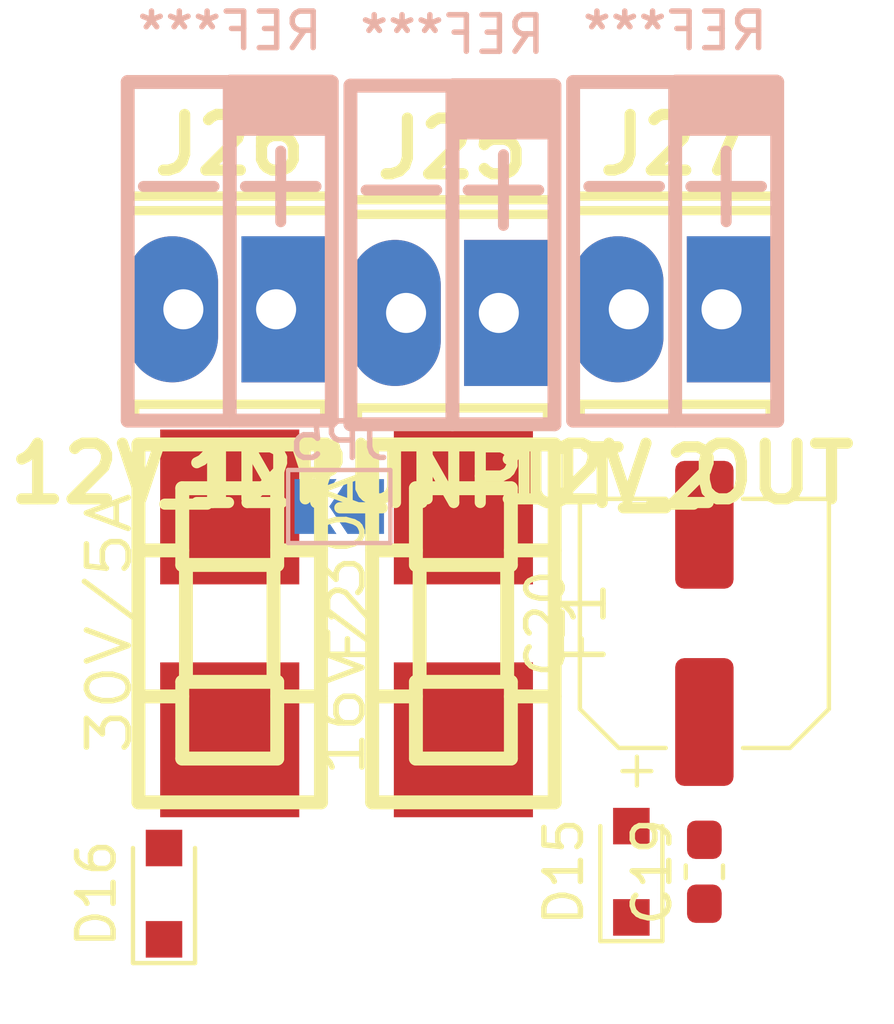
<source format=kicad_pcb>
(kicad_pcb (version 20171130) (host pcbnew 5.0.2-bee76a0~70~ubuntu18.04.1)

  (general
    (thickness 1.6)
    (drawings 0)
    (tracks 0)
    (zones 0)
    (modules 10)
    (nets 7)
  )

  (page A4)
  (layers
    (0 F.Cu signal)
    (31 B.Cu signal)
    (32 B.Adhes user)
    (33 F.Adhes user)
    (34 B.Paste user)
    (35 F.Paste user)
    (36 B.SilkS user)
    (37 F.SilkS user)
    (38 B.Mask user)
    (39 F.Mask user)
    (40 Dwgs.User user)
    (41 Cmts.User user)
    (42 Eco1.User user)
    (43 Eco2.User user)
    (44 Edge.Cuts user)
    (45 Margin user)
    (46 B.CrtYd user)
    (47 F.CrtYd user)
    (48 B.Fab user)
    (49 F.Fab user)
  )

  (setup
    (last_trace_width 0.25)
    (trace_clearance 0.2)
    (zone_clearance 0.508)
    (zone_45_only no)
    (trace_min 0.2)
    (segment_width 0.2)
    (edge_width 0.1)
    (via_size 0.8)
    (via_drill 0.4)
    (via_min_size 0.4)
    (via_min_drill 0.3)
    (uvia_size 0.3)
    (uvia_drill 0.1)
    (uvias_allowed no)
    (uvia_min_size 0.2)
    (uvia_min_drill 0.1)
    (pcb_text_width 0.3)
    (pcb_text_size 1.5 1.5)
    (mod_edge_width 0.15)
    (mod_text_size 1 1)
    (mod_text_width 0.15)
    (pad_size 1.5 1.5)
    (pad_drill 0.6)
    (pad_to_mask_clearance 0)
    (solder_mask_min_width 0.25)
    (aux_axis_origin 0 0)
    (visible_elements FFFFFF7F)
    (pcbplotparams
      (layerselection 0x010fc_ffffffff)
      (usegerberextensions false)
      (usegerberattributes false)
      (usegerberadvancedattributes false)
      (creategerberjobfile false)
      (excludeedgelayer true)
      (linewidth 0.100000)
      (plotframeref false)
      (viasonmask false)
      (mode 1)
      (useauxorigin false)
      (hpglpennumber 1)
      (hpglpenspeed 20)
      (hpglpendiameter 15.000000)
      (psnegative false)
      (psa4output false)
      (plotreference true)
      (plotvalue true)
      (plotinvisibletext false)
      (padsonsilk false)
      (subtractmaskfromsilk false)
      (outputformat 1)
      (mirror false)
      (drillshape 1)
      (scaleselection 1)
      (outputdirectory ""))
  )

  (net 0 "")
  (net 1 GND)
  (net 2 "Net-(F1-Pad1)")
  (net 3 +12V2)
  (net 4 +12V)
  (net 5 "Net-(F2-Pad1)")
  (net 6 /AM-VIN)

  (net_class Default "This is the default net class."
    (clearance 0.2)
    (trace_width 0.25)
    (via_dia 0.8)
    (via_drill 0.4)
    (uvia_dia 0.3)
    (uvia_drill 0.1)
    (add_net +12V)
    (add_net +12V2)
    (add_net /AM-VIN)
    (add_net GND)
    (add_net "Net-(F1-Pad1)")
    (add_net "Net-(F2-Pad1)")
  )

  (module SolderJumper-2_P1.3mm_Open_TrianglePad1.0x1.5mm (layer B.Cu) (tedit 5A64794F) (tstamp 5CCAACA4)
    (at 37.4 15.8 180)
    (descr "SMD Solder Jumper, 1x1.5mm Triangular Pads, 0.3mm gap, open")
    (tags "solder jumper open")
    (path /5CCBB5DC)
    (attr virtual)
    (fp_text reference JP5 (at 0 1.8 180) (layer B.SilkS)
      (effects (font (size 1 1) (thickness 0.15)) (justify mirror))
    )
    (fp_text value Jumper_NO_Small (at 0 -1.9 180) (layer B.Fab)
      (effects (font (size 1 1) (thickness 0.15)) (justify mirror))
    )
    (fp_line (start 1.65 -1.25) (end -1.65 -1.25) (layer B.CrtYd) (width 0.05))
    (fp_line (start 1.65 -1.25) (end 1.65 1.25) (layer B.CrtYd) (width 0.05))
    (fp_line (start -1.65 1.25) (end -1.65 -1.25) (layer B.CrtYd) (width 0.05))
    (fp_line (start -1.65 1.25) (end 1.65 1.25) (layer B.CrtYd) (width 0.05))
    (fp_line (start -1.4 1) (end 1.4 1) (layer B.SilkS) (width 0.12))
    (fp_line (start 1.4 1) (end 1.4 -1) (layer B.SilkS) (width 0.12))
    (fp_line (start 1.4 -1) (end -1.4 -1) (layer B.SilkS) (width 0.12))
    (fp_line (start -1.4 -1) (end -1.4 1) (layer B.SilkS) (width 0.12))
    (pad 1 smd custom (at -0.725 0 180) (size 0.3 0.3) (layers B.Cu B.Mask)
      (net 2 "Net-(F1-Pad1)") (zone_connect 0)
      (options (clearance outline) (anchor rect))
      (primitives
        (gr_poly (pts
           (xy -0.5 0.75) (xy 0.5 0.75) (xy 1 0) (xy 0.5 -0.75) (xy -0.5 -0.75)
) (width 0))
      ))
    (pad 2 smd custom (at 0.725 0 180) (size 0.3 0.3) (layers B.Cu B.Mask)
      (net 5 "Net-(F2-Pad1)") (zone_connect 0)
      (options (clearance outline) (anchor rect))
      (primitives
        (gr_poly (pts
           (xy -0.65 0.75) (xy 0.5 0.75) (xy 0.5 -0.75) (xy -0.65 -0.75) (xy -0.15 0)
) (width 0))
      ))
  )

  (module Capacitor_SMD:CP_Elec_6.3x7.7 (layer F.Cu) (tedit 5BCA39D0) (tstamp 5CCAAA8D)
    (at 47.4 19 90)
    (descr "SMD capacitor, aluminum electrolytic, Nichicon, 6.3x7.7mm")
    (tags "capacitor electrolytic")
    (path /5CC6F6C1)
    (attr smd)
    (fp_text reference C20 (at 0 -4.35 90) (layer F.SilkS)
      (effects (font (size 1 1) (thickness 0.15)))
    )
    (fp_text value CP100uf,35V (at 0 4.35 90) (layer F.Fab)
      (effects (font (size 1 1) (thickness 0.15)))
    )
    (fp_circle (center 0 0) (end 3.15 0) (layer F.Fab) (width 0.1))
    (fp_line (start 3.3 -3.3) (end 3.3 3.3) (layer F.Fab) (width 0.1))
    (fp_line (start -2.3 -3.3) (end 3.3 -3.3) (layer F.Fab) (width 0.1))
    (fp_line (start -2.3 3.3) (end 3.3 3.3) (layer F.Fab) (width 0.1))
    (fp_line (start -3.3 -2.3) (end -3.3 2.3) (layer F.Fab) (width 0.1))
    (fp_line (start -3.3 -2.3) (end -2.3 -3.3) (layer F.Fab) (width 0.1))
    (fp_line (start -3.3 2.3) (end -2.3 3.3) (layer F.Fab) (width 0.1))
    (fp_line (start -2.704838 -1.33) (end -2.074838 -1.33) (layer F.Fab) (width 0.1))
    (fp_line (start -2.389838 -1.645) (end -2.389838 -1.015) (layer F.Fab) (width 0.1))
    (fp_line (start 3.41 3.41) (end 3.41 1.06) (layer F.SilkS) (width 0.12))
    (fp_line (start 3.41 -3.41) (end 3.41 -1.06) (layer F.SilkS) (width 0.12))
    (fp_line (start -2.345563 -3.41) (end 3.41 -3.41) (layer F.SilkS) (width 0.12))
    (fp_line (start -2.345563 3.41) (end 3.41 3.41) (layer F.SilkS) (width 0.12))
    (fp_line (start -3.41 2.345563) (end -3.41 1.06) (layer F.SilkS) (width 0.12))
    (fp_line (start -3.41 -2.345563) (end -3.41 -1.06) (layer F.SilkS) (width 0.12))
    (fp_line (start -3.41 -2.345563) (end -2.345563 -3.41) (layer F.SilkS) (width 0.12))
    (fp_line (start -3.41 2.345563) (end -2.345563 3.41) (layer F.SilkS) (width 0.12))
    (fp_line (start -4.4375 -1.8475) (end -3.65 -1.8475) (layer F.SilkS) (width 0.12))
    (fp_line (start -4.04375 -2.24125) (end -4.04375 -1.45375) (layer F.SilkS) (width 0.12))
    (fp_line (start 3.55 -3.55) (end 3.55 -1.05) (layer F.CrtYd) (width 0.05))
    (fp_line (start 3.55 -1.05) (end 4.7 -1.05) (layer F.CrtYd) (width 0.05))
    (fp_line (start 4.7 -1.05) (end 4.7 1.05) (layer F.CrtYd) (width 0.05))
    (fp_line (start 4.7 1.05) (end 3.55 1.05) (layer F.CrtYd) (width 0.05))
    (fp_line (start 3.55 1.05) (end 3.55 3.55) (layer F.CrtYd) (width 0.05))
    (fp_line (start -2.4 3.55) (end 3.55 3.55) (layer F.CrtYd) (width 0.05))
    (fp_line (start -2.4 -3.55) (end 3.55 -3.55) (layer F.CrtYd) (width 0.05))
    (fp_line (start -3.55 2.4) (end -2.4 3.55) (layer F.CrtYd) (width 0.05))
    (fp_line (start -3.55 -2.4) (end -2.4 -3.55) (layer F.CrtYd) (width 0.05))
    (fp_line (start -3.55 -2.4) (end -3.55 -1.05) (layer F.CrtYd) (width 0.05))
    (fp_line (start -3.55 1.05) (end -3.55 2.4) (layer F.CrtYd) (width 0.05))
    (fp_line (start -3.55 -1.05) (end -4.7 -1.05) (layer F.CrtYd) (width 0.05))
    (fp_line (start -4.7 -1.05) (end -4.7 1.05) (layer F.CrtYd) (width 0.05))
    (fp_line (start -4.7 1.05) (end -3.55 1.05) (layer F.CrtYd) (width 0.05))
    (fp_text user %R (at 0 0 90) (layer F.Fab)
      (effects (font (size 1 1) (thickness 0.15)))
    )
    (pad 1 smd roundrect (at -2.7 0 90) (size 3.5 1.6) (layers F.Cu F.Paste F.Mask) (roundrect_rratio 0.15625)
      (net 4 +12V))
    (pad 2 smd roundrect (at 2.7 0 90) (size 3.5 1.6) (layers F.Cu F.Paste F.Mask) (roundrect_rratio 0.15625)
      (net 1 GND))
    (model ${KISYS3DMOD}/Capacitor_SMD.3dshapes/CP_Elec_6.3x7.7.wrl
      (at (xyz 0 0 0))
      (scale (xyz 1 1 1))
      (rotate (xyz 0 0 0))
    )
  )

  (module Capacitor_SMD:C_0603_1608Metric_Pad1.05x0.95mm_HandSolder (layer F.Cu) (tedit 5B301BBE) (tstamp 5CCAAA21)
    (at 47.4 25.8 90)
    (descr "Capacitor SMD 0603 (1608 Metric), square (rectangular) end terminal, IPC_7351 nominal with elongated pad for handsoldering. (Body size source: http://www.tortai-tech.com/upload/download/2011102023233369053.pdf), generated with kicad-footprint-generator")
    (tags "capacitor handsolder")
    (path /5CC7081A)
    (attr smd)
    (fp_text reference C19 (at 0 -1.43 90) (layer F.SilkS)
      (effects (font (size 1 1) (thickness 0.15)))
    )
    (fp_text value C104,0603 (at 0 1.43 90) (layer F.Fab)
      (effects (font (size 1 1) (thickness 0.15)))
    )
    (fp_line (start -0.8 0.4) (end -0.8 -0.4) (layer F.Fab) (width 0.1))
    (fp_line (start -0.8 -0.4) (end 0.8 -0.4) (layer F.Fab) (width 0.1))
    (fp_line (start 0.8 -0.4) (end 0.8 0.4) (layer F.Fab) (width 0.1))
    (fp_line (start 0.8 0.4) (end -0.8 0.4) (layer F.Fab) (width 0.1))
    (fp_line (start -0.171267 -0.51) (end 0.171267 -0.51) (layer F.SilkS) (width 0.12))
    (fp_line (start -0.171267 0.51) (end 0.171267 0.51) (layer F.SilkS) (width 0.12))
    (fp_line (start -1.65 0.73) (end -1.65 -0.73) (layer F.CrtYd) (width 0.05))
    (fp_line (start -1.65 -0.73) (end 1.65 -0.73) (layer F.CrtYd) (width 0.05))
    (fp_line (start 1.65 -0.73) (end 1.65 0.73) (layer F.CrtYd) (width 0.05))
    (fp_line (start 1.65 0.73) (end -1.65 0.73) (layer F.CrtYd) (width 0.05))
    (fp_text user %R (at 0 0 90) (layer F.Fab)
      (effects (font (size 0.4 0.4) (thickness 0.06)))
    )
    (pad 1 smd roundrect (at -0.875 0 90) (size 1.05 0.95) (layers F.Cu F.Paste F.Mask) (roundrect_rratio 0.25)
      (net 4 +12V))
    (pad 2 smd roundrect (at 0.875 0 90) (size 1.05 0.95) (layers F.Cu F.Paste F.Mask) (roundrect_rratio 0.25)
      (net 1 GND))
    (model ${KISYS3DMOD}/Capacitor_SMD.3dshapes/C_0603_1608Metric.wrl
      (at (xyz 0 0 0))
      (scale (xyz 1 1 1))
      (rotate (xyz 0 0 0))
    )
  )

  (module Diode_SMD:D_SOD-323_HandSoldering (layer F.Cu) (tedit 58641869) (tstamp 5CCAA5ED)
    (at 32.6 26.4 90)
    (descr SOD-323)
    (tags SOD-323)
    (path /5CC200A7)
    (attr smd)
    (fp_text reference D16 (at 0 -1.85 90) (layer F.SilkS)
      (effects (font (size 1 1) (thickness 0.15)))
    )
    (fp_text value SD_M4 (at 0.1 1.9 90) (layer F.Fab)
      (effects (font (size 1 1) (thickness 0.15)))
    )
    (fp_line (start -1.9 -0.85) (end 1.25 -0.85) (layer F.SilkS) (width 0.12))
    (fp_line (start -1.9 0.85) (end 1.25 0.85) (layer F.SilkS) (width 0.12))
    (fp_line (start -2 -0.95) (end -2 0.95) (layer F.CrtYd) (width 0.05))
    (fp_line (start -2 0.95) (end 2 0.95) (layer F.CrtYd) (width 0.05))
    (fp_line (start 2 -0.95) (end 2 0.95) (layer F.CrtYd) (width 0.05))
    (fp_line (start -2 -0.95) (end 2 -0.95) (layer F.CrtYd) (width 0.05))
    (fp_line (start -0.9 -0.7) (end 0.9 -0.7) (layer F.Fab) (width 0.1))
    (fp_line (start 0.9 -0.7) (end 0.9 0.7) (layer F.Fab) (width 0.1))
    (fp_line (start 0.9 0.7) (end -0.9 0.7) (layer F.Fab) (width 0.1))
    (fp_line (start -0.9 0.7) (end -0.9 -0.7) (layer F.Fab) (width 0.1))
    (fp_line (start -0.3 -0.35) (end -0.3 0.35) (layer F.Fab) (width 0.1))
    (fp_line (start -0.3 0) (end -0.5 0) (layer F.Fab) (width 0.1))
    (fp_line (start -0.3 0) (end 0.2 -0.35) (layer F.Fab) (width 0.1))
    (fp_line (start 0.2 -0.35) (end 0.2 0.35) (layer F.Fab) (width 0.1))
    (fp_line (start 0.2 0.35) (end -0.3 0) (layer F.Fab) (width 0.1))
    (fp_line (start 0.2 0) (end 0.45 0) (layer F.Fab) (width 0.1))
    (fp_line (start -1.9 -0.85) (end -1.9 0.85) (layer F.SilkS) (width 0.12))
    (fp_text user %R (at 0 -1.85 90) (layer F.Fab)
      (effects (font (size 1 1) (thickness 0.15)))
    )
    (pad 2 smd rect (at 1.25 0 90) (size 1 1) (layers F.Cu F.Paste F.Mask)
      (net 4 +12V))
    (pad 1 smd rect (at -1.25 0 90) (size 1 1) (layers F.Cu F.Paste F.Mask)
      (net 6 /AM-VIN))
    (model ${KISYS3DMOD}/Diode_SMD.3dshapes/D_SOD-323.wrl
      (at (xyz 0 0 0))
      (scale (xyz 1 1 1))
      (rotate (xyz 0 0 0))
    )
  )

  (module Diode_SMD:D_SOD-323_HandSoldering (layer F.Cu) (tedit 58641869) (tstamp 5CCAA5D5)
    (at 45.4 25.8 90)
    (descr SOD-323)
    (tags SOD-323)
    (path /5CC20016)
    (attr smd)
    (fp_text reference D15 (at 0 -1.85 90) (layer F.SilkS)
      (effects (font (size 1 1) (thickness 0.15)))
    )
    (fp_text value SD_M4 (at 0.1 1.9 90) (layer F.Fab)
      (effects (font (size 1 1) (thickness 0.15)))
    )
    (fp_text user %R (at 0 -1.85 90) (layer F.Fab)
      (effects (font (size 1 1) (thickness 0.15)))
    )
    (fp_line (start -1.9 -0.85) (end -1.9 0.85) (layer F.SilkS) (width 0.12))
    (fp_line (start 0.2 0) (end 0.45 0) (layer F.Fab) (width 0.1))
    (fp_line (start 0.2 0.35) (end -0.3 0) (layer F.Fab) (width 0.1))
    (fp_line (start 0.2 -0.35) (end 0.2 0.35) (layer F.Fab) (width 0.1))
    (fp_line (start -0.3 0) (end 0.2 -0.35) (layer F.Fab) (width 0.1))
    (fp_line (start -0.3 0) (end -0.5 0) (layer F.Fab) (width 0.1))
    (fp_line (start -0.3 -0.35) (end -0.3 0.35) (layer F.Fab) (width 0.1))
    (fp_line (start -0.9 0.7) (end -0.9 -0.7) (layer F.Fab) (width 0.1))
    (fp_line (start 0.9 0.7) (end -0.9 0.7) (layer F.Fab) (width 0.1))
    (fp_line (start 0.9 -0.7) (end 0.9 0.7) (layer F.Fab) (width 0.1))
    (fp_line (start -0.9 -0.7) (end 0.9 -0.7) (layer F.Fab) (width 0.1))
    (fp_line (start -2 -0.95) (end 2 -0.95) (layer F.CrtYd) (width 0.05))
    (fp_line (start 2 -0.95) (end 2 0.95) (layer F.CrtYd) (width 0.05))
    (fp_line (start -2 0.95) (end 2 0.95) (layer F.CrtYd) (width 0.05))
    (fp_line (start -2 -0.95) (end -2 0.95) (layer F.CrtYd) (width 0.05))
    (fp_line (start -1.9 0.85) (end 1.25 0.85) (layer F.SilkS) (width 0.12))
    (fp_line (start -1.9 -0.85) (end 1.25 -0.85) (layer F.SilkS) (width 0.12))
    (pad 1 smd rect (at -1.25 0 90) (size 1 1) (layers F.Cu F.Paste F.Mask)
      (net 4 +12V))
    (pad 2 smd rect (at 1.25 0 90) (size 1 1) (layers F.Cu F.Paste F.Mask)
      (net 1 GND))
    (model ${KISYS3DMOD}/Diode_SMD.3dshapes/D_SOD-323.wrl
      (at (xyz 0 0 0))
      (scale (xyz 1 1 1))
      (rotate (xyz 0 0 0))
    )
  )

  (module footprint-lib:mpt_0,5%2f2-2,54,12V_SRC (layer F.Cu) (tedit 5CC20502) (tstamp 5CCA9974)
    (at 40.5 10.5)
    (descr "2-way 2.54mm pitch terminal block, Phoenix MPT series")
    (path /5CCBA098)
    (fp_text reference J25 (at 0 -4.50088) (layer F.SilkS)
      (effects (font (size 1.524 1.524) (thickness 0.3048)))
    )
    (fp_text value 12V_INPUT_2 (at 0 4.50088) (layer F.SilkS)
      (effects (font (size 1.524 1.524) (thickness 0.3048)))
    )
    (fp_line (start 2.79908 2.60096) (end -2.79908 2.60096) (layer F.SilkS) (width 0.254))
    (fp_line (start -2.60096 3.0988) (end -2.60096 2.60096) (layer F.SilkS) (width 0.254))
    (fp_line (start 2.60096 2.60096) (end 2.60096 3.0988) (layer F.SilkS) (width 0.254))
    (fp_line (start 0 3.0988) (end 0 2.60096) (layer F.SilkS) (width 0.254))
    (fp_line (start -2.79908 -2.70002) (end 2.79908 -2.70002) (layer F.SilkS) (width 0.254))
    (fp_line (start -2.79908 3.0988) (end 2.79908 3.0988) (layer F.SilkS) (width 0.254))
    (fp_line (start 2.79908 3.0988) (end 2.79908 -3.0988) (layer F.SilkS) (width 0.254))
    (fp_line (start 2.79908 -3.0988) (end -2.79908 -3.0988) (layer F.SilkS) (width 0.254))
    (fp_line (start -2.79908 -3.0988) (end -2.79908 3.0988) (layer F.SilkS) (width 0.254))
    (fp_line (start -2.794 -6.223) (end -2.794 3.048) (layer B.SilkS) (width 0.381))
    (fp_line (start -2.794 3.048) (end 2.794 3.048) (layer B.SilkS) (width 0.381))
    (fp_line (start 2.794 3.048) (end 2.794 -6.223) (layer B.SilkS) (width 0.381))
    (fp_line (start 2.794 -6.223) (end -2.794 -6.223) (layer B.SilkS) (width 0.381))
    (fp_line (start 0 -6.223) (end 0 3.048) (layer B.SilkS) (width 0.381))
    (fp_poly (pts (xy 0 -6.35) (xy 0 -4.826) (xy 2.794 -4.826) (xy 2.794 -6.35)) (layer B.SilkS) (width 0.15))
    (fp_text user + (at 1.397 -3.556) (layer B.SilkS)
      (effects (font (size 2.54 2.54) (thickness 0.3)) (justify mirror))
    )
    (fp_text user - (at -1.397 -3.556) (layer B.SilkS)
      (effects (font (size 2.54 2.54) (thickness 0.3)) (justify mirror))
    )
    (fp_text user REF*** (at 0 -7.62) (layer B.SilkS)
      (effects (font (size 1 1) (thickness 0.15)) (justify mirror))
    )
    (pad 2 thru_hole oval (at -1.27 0) (size 2.5 3.99898) (drill 1.09728 (offset -0.3 0)) (layers *.Cu *.Mask)
      (net 1 GND))
    (pad 1 thru_hole rect (at 1.27 0) (size 2.5 3.99898) (drill 1.09728 (offset 0.3 0)) (layers *.Cu *.Mask)
      (net 2 "Net-(F1-Pad1)"))
    (model ${HOME}/_workspace/kicad/kicad_library/smisioto-footprints/modules/packages3d/walter/conn_mpt/mpt_0,5-2-2,54.wrl
      (at (xyz 0 0 0))
      (scale (xyz 1 1 1))
      (rotate (xyz 0 0 0))
    )
  )

  (module footprint-lib:mpt_0,5%2f2-2,54,12V_SRC (layer F.Cu) (tedit 5CC20502) (tstamp 5CCA995C)
    (at 34.4 10.4)
    (descr "2-way 2.54mm pitch terminal block, Phoenix MPT series")
    (path /5CC1F612)
    (fp_text reference J26 (at 0 -4.50088) (layer F.SilkS)
      (effects (font (size 1.524 1.524) (thickness 0.3048)))
    )
    (fp_text value 12V_INPUT (at 0 4.50088) (layer F.SilkS)
      (effects (font (size 1.524 1.524) (thickness 0.3048)))
    )
    (fp_text user REF*** (at 0 -7.62) (layer B.SilkS)
      (effects (font (size 1 1) (thickness 0.15)) (justify mirror))
    )
    (fp_text user - (at -1.397 -3.556) (layer B.SilkS)
      (effects (font (size 2.54 2.54) (thickness 0.3)) (justify mirror))
    )
    (fp_text user + (at 1.397 -3.556) (layer B.SilkS)
      (effects (font (size 2.54 2.54) (thickness 0.3)) (justify mirror))
    )
    (fp_poly (pts (xy 0 -6.35) (xy 0 -4.826) (xy 2.794 -4.826) (xy 2.794 -6.35)) (layer B.SilkS) (width 0.15))
    (fp_line (start 0 -6.223) (end 0 3.048) (layer B.SilkS) (width 0.381))
    (fp_line (start 2.794 -6.223) (end -2.794 -6.223) (layer B.SilkS) (width 0.381))
    (fp_line (start 2.794 3.048) (end 2.794 -6.223) (layer B.SilkS) (width 0.381))
    (fp_line (start -2.794 3.048) (end 2.794 3.048) (layer B.SilkS) (width 0.381))
    (fp_line (start -2.794 -6.223) (end -2.794 3.048) (layer B.SilkS) (width 0.381))
    (fp_line (start -2.79908 -3.0988) (end -2.79908 3.0988) (layer F.SilkS) (width 0.254))
    (fp_line (start 2.79908 -3.0988) (end -2.79908 -3.0988) (layer F.SilkS) (width 0.254))
    (fp_line (start 2.79908 3.0988) (end 2.79908 -3.0988) (layer F.SilkS) (width 0.254))
    (fp_line (start -2.79908 3.0988) (end 2.79908 3.0988) (layer F.SilkS) (width 0.254))
    (fp_line (start -2.79908 -2.70002) (end 2.79908 -2.70002) (layer F.SilkS) (width 0.254))
    (fp_line (start 0 3.0988) (end 0 2.60096) (layer F.SilkS) (width 0.254))
    (fp_line (start 2.60096 2.60096) (end 2.60096 3.0988) (layer F.SilkS) (width 0.254))
    (fp_line (start -2.60096 3.0988) (end -2.60096 2.60096) (layer F.SilkS) (width 0.254))
    (fp_line (start 2.79908 2.60096) (end -2.79908 2.60096) (layer F.SilkS) (width 0.254))
    (pad 1 thru_hole rect (at 1.27 0) (size 2.5 3.99898) (drill 1.09728 (offset 0.3 0)) (layers *.Cu *.Mask)
      (net 5 "Net-(F2-Pad1)"))
    (pad 2 thru_hole oval (at -1.27 0) (size 2.5 3.99898) (drill 1.09728 (offset -0.3 0)) (layers *.Cu *.Mask)
      (net 1 GND))
    (model ${HOME}/_workspace/kicad/kicad_library/smisioto-footprints/modules/packages3d/walter/conn_mpt/mpt_0,5-2-2,54.wrl
      (at (xyz 0 0 0))
      (scale (xyz 1 1 1))
      (rotate (xyz 0 0 0))
    )
  )

  (module footprint-lib:mpt_0,5%2f2-2,54,12V_SRC (layer F.Cu) (tedit 5CC20502) (tstamp 5CCA9944)
    (at 46.6 10.4)
    (descr "2-way 2.54mm pitch terminal block, Phoenix MPT series")
    (path /5CC1F9B4)
    (fp_text reference J27 (at 0 -4.50088) (layer F.SilkS)
      (effects (font (size 1.524 1.524) (thickness 0.3048)))
    )
    (fp_text value 12V_OUT (at 0 4.50088) (layer F.SilkS)
      (effects (font (size 1.524 1.524) (thickness 0.3048)))
    )
    (fp_line (start 2.79908 2.60096) (end -2.79908 2.60096) (layer F.SilkS) (width 0.254))
    (fp_line (start -2.60096 3.0988) (end -2.60096 2.60096) (layer F.SilkS) (width 0.254))
    (fp_line (start 2.60096 2.60096) (end 2.60096 3.0988) (layer F.SilkS) (width 0.254))
    (fp_line (start 0 3.0988) (end 0 2.60096) (layer F.SilkS) (width 0.254))
    (fp_line (start -2.79908 -2.70002) (end 2.79908 -2.70002) (layer F.SilkS) (width 0.254))
    (fp_line (start -2.79908 3.0988) (end 2.79908 3.0988) (layer F.SilkS) (width 0.254))
    (fp_line (start 2.79908 3.0988) (end 2.79908 -3.0988) (layer F.SilkS) (width 0.254))
    (fp_line (start 2.79908 -3.0988) (end -2.79908 -3.0988) (layer F.SilkS) (width 0.254))
    (fp_line (start -2.79908 -3.0988) (end -2.79908 3.0988) (layer F.SilkS) (width 0.254))
    (fp_line (start -2.794 -6.223) (end -2.794 3.048) (layer B.SilkS) (width 0.381))
    (fp_line (start -2.794 3.048) (end 2.794 3.048) (layer B.SilkS) (width 0.381))
    (fp_line (start 2.794 3.048) (end 2.794 -6.223) (layer B.SilkS) (width 0.381))
    (fp_line (start 2.794 -6.223) (end -2.794 -6.223) (layer B.SilkS) (width 0.381))
    (fp_line (start 0 -6.223) (end 0 3.048) (layer B.SilkS) (width 0.381))
    (fp_poly (pts (xy 0 -6.35) (xy 0 -4.826) (xy 2.794 -4.826) (xy 2.794 -6.35)) (layer B.SilkS) (width 0.15))
    (fp_text user + (at 1.397 -3.556) (layer B.SilkS)
      (effects (font (size 2.54 2.54) (thickness 0.3)) (justify mirror))
    )
    (fp_text user - (at -1.397 -3.556) (layer B.SilkS)
      (effects (font (size 2.54 2.54) (thickness 0.3)) (justify mirror))
    )
    (fp_text user REF*** (at 0 -7.62) (layer B.SilkS)
      (effects (font (size 1 1) (thickness 0.15)) (justify mirror))
    )
    (pad 2 thru_hole oval (at -1.27 0) (size 2.5 3.99898) (drill 1.09728 (offset -0.3 0)) (layers *.Cu *.Mask)
      (net 1 GND))
    (pad 1 thru_hole rect (at 1.27 0) (size 2.5 3.99898) (drill 1.09728 (offset 0.3 0)) (layers *.Cu *.Mask)
      (net 4 +12V))
    (model ${HOME}/_workspace/kicad/kicad_library/smisioto-footprints/modules/packages3d/walter/conn_mpt/mpt_0,5-2-2,54.wrl
      (at (xyz 0 0 0))
      (scale (xyz 1 1 1))
      (rotate (xyz 0 0 0))
    )
  )

  (module w_misc_comp:fuse_smf (layer F.Cu) (tedit 0) (tstamp 5CCA9842)
    (at 34.4 19 270)
    (descr "Fuse Holder SMF, Littelfuse")
    (tags Fuse)
    (path /5CC1F89C)
    (autoplace_cost180 10)
    (fp_text reference F2 (at 0 -3.302 270) (layer F.SilkS)
      (effects (font (size 1.143 1.27) (thickness 0.1524)))
    )
    (fp_text value 30V/5A (at 0 3.302 270) (layer F.SilkS)
      (effects (font (size 1.143 1.27) (thickness 0.1524)))
    )
    (fp_line (start -4.89966 2.49936) (end -4.89966 -2.49936) (layer F.SilkS) (width 0.381))
    (fp_line (start 4.89966 2.49936) (end -4.89966 2.49936) (layer F.SilkS) (width 0.381))
    (fp_line (start 4.89966 -2.49936) (end 4.89966 2.49936) (layer F.SilkS) (width 0.381))
    (fp_line (start -4.89966 -2.49936) (end 4.89966 -2.49936) (layer F.SilkS) (width 0.381))
    (fp_line (start 3.70078 1.30048) (end 3.70078 -1.30048) (layer F.SilkS) (width 0.381))
    (fp_line (start -3.70078 -1.30048) (end -3.70078 1.30048) (layer F.SilkS) (width 0.381))
    (fp_line (start -1.6002 -1.30048) (end -1.6002 1.30048) (layer F.SilkS) (width 0.381))
    (fp_line (start 1.6002 -1.30048) (end 1.6002 1.30048) (layer F.SilkS) (width 0.381))
    (fp_line (start 1.6002 1.19888) (end -1.6002 1.19888) (layer F.SilkS) (width 0.381))
    (fp_line (start 1.6002 -1.19888) (end -1.6002 -1.19888) (layer F.SilkS) (width 0.381))
    (fp_line (start -1.6002 1.30048) (end -3.70078 1.30048) (layer F.SilkS) (width 0.381))
    (fp_line (start -3.70078 -1.30048) (end -1.6002 -1.30048) (layer F.SilkS) (width 0.381))
    (fp_line (start 3.70078 -1.30048) (end 1.6002 -1.30048) (layer F.SilkS) (width 0.381))
    (fp_line (start 3.70078 1.30048) (end 1.6002 1.30048) (layer F.SilkS) (width 0.381))
    (fp_line (start -1.99898 -2.49936) (end -1.99898 -1.30048) (layer F.SilkS) (width 0.381))
    (fp_line (start -1.99898 2.49936) (end -1.99898 1.30048) (layer F.SilkS) (width 0.381))
    (fp_line (start 1.99898 2.49936) (end 1.99898 1.30048) (layer F.SilkS) (width 0.381))
    (fp_line (start 1.99898 -1.30048) (end 1.99898 -2.49936) (layer F.SilkS) (width 0.381))
    (pad 2 smd rect (at 3.1877 0 270) (size 4.23926 3.81) (layers F.Cu F.Paste F.Mask)
      (net 4 +12V))
    (pad 1 smd rect (at -3.1877 0 270) (size 4.23926 3.81) (layers F.Cu F.Paste F.Mask)
      (net 5 "Net-(F2-Pad1)"))
    (model ${HOME}/_workspace/kicad/kicad_library/smisioto-footprints/modules/packages3d/walter/misc_comp/fuse_smf.wrl
      (at (xyz 0 0 0))
      (scale (xyz 1 1 1))
      (rotate (xyz 0 0 0))
    )
  )

  (module w_misc_comp:fuse_smf (layer F.Cu) (tedit 0) (tstamp 5CCA982A)
    (at 40.8 19 270)
    (descr "Fuse Holder SMF, Littelfuse")
    (tags Fuse)
    (path /5CC1F828)
    (autoplace_cost180 10)
    (fp_text reference F1 (at 0 -3.302 270) (layer F.SilkS)
      (effects (font (size 1.143 1.27) (thickness 0.1524)))
    )
    (fp_text value 16V/30A (at 0 3.302 270) (layer F.SilkS)
      (effects (font (size 1.143 1.27) (thickness 0.1524)))
    )
    (fp_line (start 1.99898 -1.30048) (end 1.99898 -2.49936) (layer F.SilkS) (width 0.381))
    (fp_line (start 1.99898 2.49936) (end 1.99898 1.30048) (layer F.SilkS) (width 0.381))
    (fp_line (start -1.99898 2.49936) (end -1.99898 1.30048) (layer F.SilkS) (width 0.381))
    (fp_line (start -1.99898 -2.49936) (end -1.99898 -1.30048) (layer F.SilkS) (width 0.381))
    (fp_line (start 3.70078 1.30048) (end 1.6002 1.30048) (layer F.SilkS) (width 0.381))
    (fp_line (start 3.70078 -1.30048) (end 1.6002 -1.30048) (layer F.SilkS) (width 0.381))
    (fp_line (start -3.70078 -1.30048) (end -1.6002 -1.30048) (layer F.SilkS) (width 0.381))
    (fp_line (start -1.6002 1.30048) (end -3.70078 1.30048) (layer F.SilkS) (width 0.381))
    (fp_line (start 1.6002 -1.19888) (end -1.6002 -1.19888) (layer F.SilkS) (width 0.381))
    (fp_line (start 1.6002 1.19888) (end -1.6002 1.19888) (layer F.SilkS) (width 0.381))
    (fp_line (start 1.6002 -1.30048) (end 1.6002 1.30048) (layer F.SilkS) (width 0.381))
    (fp_line (start -1.6002 -1.30048) (end -1.6002 1.30048) (layer F.SilkS) (width 0.381))
    (fp_line (start -3.70078 -1.30048) (end -3.70078 1.30048) (layer F.SilkS) (width 0.381))
    (fp_line (start 3.70078 1.30048) (end 3.70078 -1.30048) (layer F.SilkS) (width 0.381))
    (fp_line (start -4.89966 -2.49936) (end 4.89966 -2.49936) (layer F.SilkS) (width 0.381))
    (fp_line (start 4.89966 -2.49936) (end 4.89966 2.49936) (layer F.SilkS) (width 0.381))
    (fp_line (start 4.89966 2.49936) (end -4.89966 2.49936) (layer F.SilkS) (width 0.381))
    (fp_line (start -4.89966 2.49936) (end -4.89966 -2.49936) (layer F.SilkS) (width 0.381))
    (pad 1 smd rect (at -3.1877 0 270) (size 4.23926 3.81) (layers F.Cu F.Paste F.Mask)
      (net 2 "Net-(F1-Pad1)"))
    (pad 2 smd rect (at 3.1877 0 270) (size 4.23926 3.81) (layers F.Cu F.Paste F.Mask)
      (net 3 +12V2))
    (model ${HOME}/_workspace/kicad/kicad_library/smisioto-footprints/modules/packages3d/walter/misc_comp/fuse_smf.wrl
      (at (xyz 0 0 0))
      (scale (xyz 1 1 1))
      (rotate (xyz 0 0 0))
    )
  )

)

</source>
